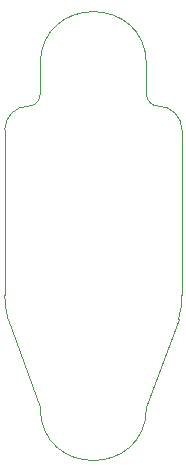
<source format=gm1>
G04 #@! TF.GenerationSoftware,KiCad,Pcbnew,8.0.2*
G04 #@! TF.CreationDate,2025-01-25T00:55:06-07:00*
G04 #@! TF.ProjectId,sdm25mlxboard,73646d32-356d-46c7-9862-6f6172642e6b,1*
G04 #@! TF.SameCoordinates,Original*
G04 #@! TF.FileFunction,Profile,NP*
%FSLAX46Y46*%
G04 Gerber Fmt 4.6, Leading zero omitted, Abs format (unit mm)*
G04 Created by KiCad (PCBNEW 8.0.2) date 2025-01-25 00:55:06*
%MOMM*%
%LPD*%
G01*
G04 APERTURE LIST*
G04 #@! TA.AperFunction,Profile*
%ADD10C,0.050000*%
G04 #@! TD*
G04 APERTURE END LIST*
D10*
X156000000Y-86500000D02*
G75*
G02*
X165000000Y-86500000I4500000J0D01*
G01*
X153000000Y-106000000D02*
X153000000Y-92000000D01*
X167711430Y-108060408D02*
X165000000Y-115500000D01*
X165000000Y-89000000D02*
X165000000Y-86500000D01*
X168000000Y-106000000D02*
G75*
G02*
X167711430Y-108060408I-7500000J0D01*
G01*
X166000000Y-90000000D02*
G75*
G02*
X165000000Y-89000000I0J1000000D01*
G01*
X153288570Y-108060408D02*
X156000000Y-115500000D01*
X165000000Y-115500000D02*
G75*
G02*
X156000000Y-115500000I-4500000J0D01*
G01*
X156000000Y-86500000D02*
X156000000Y-89000000D01*
X156000000Y-89000000D02*
G75*
G02*
X155000000Y-90000000I-1000000J0D01*
G01*
X168000000Y-106000000D02*
X168000000Y-92000000D01*
X166000000Y-90000000D02*
G75*
G02*
X168000000Y-92000000I0J-2000000D01*
G01*
X153288570Y-108060408D02*
G75*
G02*
X153000000Y-106000000I7211430J2060408D01*
G01*
X153000000Y-92000000D02*
G75*
G02*
X155000000Y-90000000I2000000J0D01*
G01*
M02*

</source>
